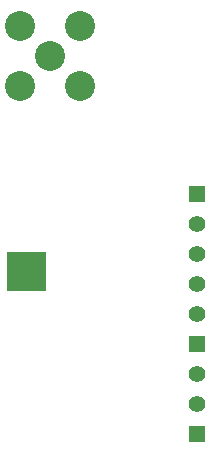
<source format=gbs>
G04 (created by PCBNEW (2013-07-24 BZR 4024)-stable) date Mon 03 Mar 2014 03:49:26 PM NZDT*
%MOIN*%
G04 Gerber Fmt 3.4, Leading zero omitted, Abs format*
%FSLAX34Y34*%
G01*
G70*
G90*
G04 APERTURE LIST*
%ADD10C,0.00590551*%
%ADD11C,0.1*%
%ADD12R,0.0708661X0.0708661*%
%ADD13R,0.055X0.055*%
%ADD14C,0.055*%
G04 APERTURE END LIST*
G54D10*
G54D11*
X25100Y-24500D03*
X26100Y-23500D03*
X24100Y-23500D03*
X24100Y-25500D03*
X26100Y-25500D03*
G54D12*
X24625Y-31377D03*
X24625Y-32007D03*
X23996Y-31377D03*
X23996Y-32007D03*
G54D13*
X30000Y-34100D03*
G54D14*
X30000Y-33100D03*
X30000Y-32100D03*
X30000Y-31100D03*
G54D13*
X30000Y-29100D03*
G54D14*
X30000Y-30100D03*
G54D13*
X30000Y-37100D03*
G54D14*
X30000Y-36100D03*
X30000Y-35100D03*
M02*

</source>
